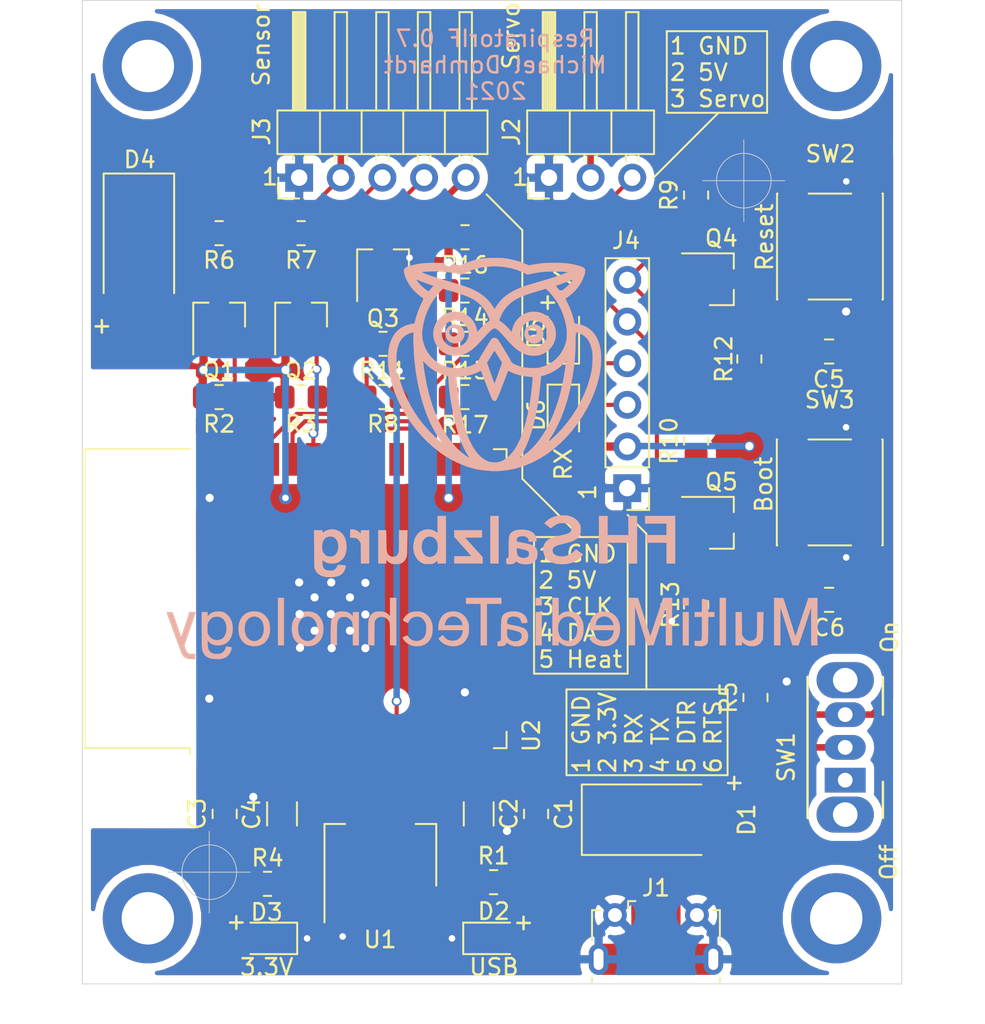
<source format=kicad_pcb>
(kicad_pcb (version 20171130) (host pcbnew "(5.1.10-1-10_14)")
  (title_block (title "Respirator IF") (date 2021-06-18) (rev 0.7) (company "FH Salzburg") (comment 1 MultiMediaTechnology) (comment 2 "Michael Domhardt"))
  (layers (0 F.Cu signal) (31 B.Cu signal) (34 B.Paste user hide) (35 F.Paste user hide) (36 B.SilkS user) (37 F.SilkS user hide) (38 B.Mask user hide) (39 F.Mask user) (44 Edge.Cuts user))
  (net 0 "")
  (net 1 +5V)
  (net 2 GND)
  (net 3 +3V3)
  (net 4 /EN)
  (net 5 "Net-(D2-Pad2)")
  (net 6 "Net-(D3-Pad2)")
  (net 7 /RX)
  (net 8 "Net-(D5-Pad2)")
  (net 9 /TX)
  (net 10 "Net-(D6-Pad2)")
  (net 11 /Servo)
  (net 12 /I2C_Clock_high)
  (net 13 /I2C_Data_high)
  (net 14 /Sensor_Heater_GND)
  (net 15 /DTR)
  (net 16 /RTS)
  (net 17 /I2C_Clock_low)
  (net 18 /I2C_Data_low)
  (net 19 "Net-(Q3-Pad1)")
  (net 20 "Net-(Q4-Pad2)")
  (net 21 "Net-(Q5-Pad2)")
  (net 22 /IO0)
  (net 23 /Sensor_Heater)
  (net 24 "Net-(C1-Pad1)")
  (net 25 "Net-(J1-Pad1)")
  (net 26 "Net-(R13-Pad1)")
  (net 27 "Net-(R14-Pad2)")
  (net 28 "Net-(R15-Pad2)")
  (module Logos:Logo_MMT (layer F.Cu) (at 149.05 87.1486)
    (fp_text reference G*** hide)
    (fp_text value LOGO hide)
  )
  (module RF_Module:ESP32-WROOM-32 (layer F.Cu) (at 140.055 98.65 90)
    (fp_text reference U2 (at -8.355 11.4016 90) (layer F.SilkS))
    (fp_text value ESP32-WROOM-32)
    (pad 39 smd rect (at -1 -0.755 90) (size 5 5) (layers F.Cu F.Paste F.Mask) (net 2 GND))
    (pad 1 smd rect (at -8.5 -8.255 90) (size 2 0.9) (layers F.Cu F.Paste F.Mask) (net 2 GND))
    (pad 2 smd rect (at -8.5 -6.985 90) (size 2 0.9) (layers F.Cu F.Paste F.Mask) (net 3 +3V3))
    (pad 3 smd rect (at -8.5 -5.715 90) (size 2 0.9) (layers F.Cu F.Paste F.Mask) (net 4 /EN))
    (pad 4 smd rect (at -8.5 -4.445 90) (size 2 0.9) (layers F.Cu F.Paste F.Mask))
    (pad 5 smd rect (at -8.5 -3.175 90) (size 2 0.9) (layers F.Cu F.Paste F.Mask))
    (pad 6 smd rect (at -8.5 -1.905 90) (size 2 0.9) (layers F.Cu F.Paste F.Mask))
    (pad 7 smd rect (at -8.5 -0.635 90) (size 2 0.9) (layers F.Cu F.Paste F.Mask))
    (pad 8 smd rect (at -8.5 0.635 90) (size 2 0.9) (layers F.Cu F.Paste F.Mask))
    (pad 9 smd rect (at -8.5 1.905 90) (size 2 0.9) (layers F.Cu F.Paste F.Mask))
    (pad 10 smd rect (at -8.5 3.175 90) (size 2 0.9) (layers F.Cu F.Paste F.Mask) (net 23 /Sensor_Heater))
    (pad 11 smd rect (at -8.5 4.445 90) (size 2 0.9) (layers F.Cu F.Paste F.Mask))
    (pad 12 smd rect (at -8.5 5.715 90) (size 2 0.9) (layers F.Cu F.Paste F.Mask))
    (pad 13 smd rect (at -8.5 6.985 90) (size 2 0.9) (layers F.Cu F.Paste F.Mask))
    (pad 14 smd rect (at -8.5 8.255 90) (size 2 0.9) (layers F.Cu F.Paste F.Mask))
    (pad 15 smd rect (at -5.715 9.255 180) (size 2 0.9) (layers F.Cu F.Paste F.Mask) (net 2 GND))
    (pad 16 smd rect (at -4.445 9.255 180) (size 2 0.9) (layers F.Cu F.Paste F.Mask))
    (pad 17 smd rect (at -3.175 9.255 180) (size 2 0.9) (layers F.Cu F.Paste F.Mask))
    (pad 18 smd rect (at -1.905 9.255 180) (size 2 0.9) (layers F.Cu F.Paste F.Mask))
    (pad 19 smd rect (at -0.635 9.255 180) (size 2 0.9) (layers F.Cu F.Paste F.Mask))
    (pad 20 smd rect (at 0.635 9.255 180) (size 2 0.9) (layers F.Cu F.Paste F.Mask))
    (pad 21 smd rect (at 1.905 9.255 180) (size 2 0.9) (layers F.Cu F.Paste F.Mask))
    (pad 22 smd rect (at 3.175 9.255 180) (size 2 0.9) (layers F.Cu F.Paste F.Mask))
    (pad 23 smd rect (at 4.445 9.255 180) (size 2 0.9) (layers F.Cu F.Paste F.Mask))
    (pad 24 smd rect (at 5.715 9.255 180) (size 2 0.9) (layers F.Cu F.Paste F.Mask) (net 26 "Net-(R13-Pad1)"))
    (pad 25 smd rect (at 8.5 8.255 90) (size 2 0.9) (layers F.Cu F.Paste F.Mask) (net 22 /IO0))
    (pad 26 smd rect (at 8.5 6.985 90) (size 2 0.9) (layers F.Cu F.Paste F.Mask))
    (pad 27 smd rect (at 8.5 5.715 90) (size 2 0.9) (layers F.Cu F.Paste F.Mask))
    (pad 28 smd rect (at 8.5 4.445 90) (size 2 0.9) (layers F.Cu F.Paste F.Mask))
    (pad 29 smd rect (at 8.5 3.175 90) (size 2 0.9) (layers F.Cu F.Paste F.Mask))
    (pad 30 smd rect (at 8.5 1.905 90) (size 2 0.9) (layers F.Cu F.Paste F.Mask) (net 11 /Servo))
    (pad 31 smd rect (at 8.5 0.635 90) (size 2 0.9) (layers F.Cu F.Paste F.Mask))
    (pad 32 smd rect (at 8.5 -0.635 90) (size 2 0.9) (layers F.Cu F.Paste F.Mask))
    (pad 33 smd rect (at 8.5 -1.905 90) (size 2 0.9) (layers F.Cu F.Paste F.Mask) (net 18 /I2C_Data_low))
    (pad 34 smd rect (at 8.5 -3.175 90) (size 2 0.9) (layers F.Cu F.Paste F.Mask) (net 28 "Net-(R15-Pad2)"))
    (pad 35 smd rect (at 8.5 -4.445 90) (size 2 0.9) (layers F.Cu F.Paste F.Mask) (net 27 "Net-(R14-Pad2)"))
    (pad 36 smd rect (at 8.5 -5.715 90) (size 2 0.9) (layers F.Cu F.Paste F.Mask) (net 17 /I2C_Clock_low))
    (pad 37 smd rect (at 8.5 -6.985 90) (size 2 0.9) (layers F.Cu F.Paste F.Mask))
    (pad 38 smd rect (at 8.5 -8.255 90) (size 2 0.9) (layers F.Cu F.Paste F.Mask) (net 2 GND))
  )
  (module Diode_SMD:D_SMB_Handsoldering (layer F.Cu) (at 127.5044 77.3124 270)
    (fp_text reference D4 (at -5.45 -0.05 180) (layer F.SilkS))
    (fp_text value SK24)
    (pad 1 smd rect (at -2.7 0 270) (size 3.5 2.3) (layers F.Cu F.Paste F.Mask) (net 1 +5V))
    (pad 2 smd rect (at 2.7 0 270) (size 3.5 2.3) (layers F.Cu F.Paste F.Mask) (net 14 /Sensor_Heater_GND))
  )
  (module Resistor_SMD:R_0805_2012Metric_Pad1.20x1.40mm_HandSolder (layer F.Cu) (at 164.75 84.026 90)
    (fp_text reference R12 (at -0.001 -1.5572 90) (layer F.SilkS))
    (fp_text value 10kΩ)
    (pad 2 smd roundrect (at 1 0 90) (size 1.2 1.4) (layers F.Cu F.Paste F.Mask) (roundrect_rratio 0.2083325) (net 4 /EN))
    (pad 1 smd roundrect (at -1 0 90) (size 1.2 1.4) (layers F.Cu F.Paste F.Mask) (roundrect_rratio 0.2083325) (net 3 +3V3))
  )
  (module Capacitor_SMD:C_0805_2012Metric_Pad1.18x1.45mm_HandSolder (layer F.Cu) (at 151.7368 111.7802 270)
    (fp_text reference C1 (at 0 -1.68 90) (layer F.SilkS))
    (fp_text value 100nF)
    (pad 1 smd roundrect (at -1.0375 0 270) (size 1.175 1.45) (layers F.Cu F.Paste F.Mask) (roundrect_rratio 0.2127659574468085) (net 24 "Net-(C1-Pad1)"))
    (pad 2 smd roundrect (at 1.0375 0 270) (size 1.175 1.45) (layers F.Cu F.Paste F.Mask) (roundrect_rratio 0.2127659574468085) (net 2 GND))
  )
  (module Capacitor_SMD:C_0805_2012Metric_Pad1.18x1.45mm_HandSolder (layer F.Cu) (at 132.7368 111.7802 90)
    (fp_text reference C3 (at 0 -1.68 90) (layer F.SilkS))
    (fp_text value 100nF)
    (pad 2 smd roundrect (at 1.0375 0 90) (size 1.175 1.45) (layers F.Cu F.Paste F.Mask) (roundrect_rratio 0.2127659574468085) (net 2 GND))
    (pad 1 smd roundrect (at -1.0375 0 90) (size 1.175 1.45) (layers F.Cu F.Paste F.Mask) (roundrect_rratio 0.2127659574468085) (net 3 +3V3))
  )
  (module Capacitor_SMD:C_0805_2012Metric_Pad1.18x1.45mm_HandSolder (layer F.Cu) (at 169.6125 83.57)
    (fp_text reference C5 (at -0.0125 1.7) (layer F.SilkS))
    (fp_text value 1µF)
    (pad 1 smd roundrect (at -1.0375 0) (size 1.175 1.45) (layers F.Cu F.Paste F.Mask) (roundrect_rratio 0.2127659574468085) (net 4 /EN))
    (pad 2 smd roundrect (at 1.0375 0) (size 1.175 1.45) (layers F.Cu F.Paste F.Mask) (roundrect_rratio 0.2127659574468085) (net 2 GND))
  )
  (module Capacitor_SMD:C_0805_2012Metric_Pad1.18x1.45mm_HandSolder (layer F.Cu) (at 169.6125 98.72)
    (fp_text reference C6 (at 0.0065 1.7022) (layer F.SilkS))
    (fp_text value 1µF)
    (pad 2 smd roundrect (at 1.0375 0) (size 1.175 1.45) (layers F.Cu F.Paste F.Mask) (roundrect_rratio 0.2127659574468085) (net 2 GND))
    (pad 1 smd roundrect (at -1.0375 0) (size 1.175 1.45) (layers F.Cu F.Paste F.Mask) (roundrect_rratio 0.2127659574468085) (net 22 /IO0))
  )
  (module LED_SMD:LED_0805_2012Metric_Pad1.15x1.40mm_HandSolder (layer F.Cu) (at 149.1522 119.3748)
    (fp_text reference D2 (at 0 -1.65) (layer F.SilkS))
    (fp_text value "LED green")
    (pad 2 smd roundrect (at 1.025 0) (size 1.15 1.4) (layers F.Cu F.Paste F.Mask) (roundrect_rratio 0.2173904347826087) (net 5 "Net-(D2-Pad2)"))
    (pad 1 smd roundrect (at -1.025 0) (size 1.15 1.4) (layers F.Cu F.Paste F.Mask) (roundrect_rratio 0.2173904347826087) (net 2 GND))
  )
  (module LED_SMD:LED_0805_2012Metric_Pad1.15x1.40mm_HandSolder (layer F.Cu) (at 135.3022 119.3748 180)
    (fp_text reference D3 (at 0 1.6002) (layer F.SilkS))
    (fp_text value "LED green")
    (pad 2 smd roundrect (at 1.025 0 180) (size 1.15 1.4) (layers F.Cu F.Paste F.Mask) (roundrect_rratio 0.2173904347826087) (net 6 "Net-(D3-Pad2)"))
    (pad 1 smd roundrect (at -1.025 0 180) (size 1.15 1.4) (layers F.Cu F.Paste F.Mask) (roundrect_rratio 0.2173904347826087) (net 2 GND))
  )
  (module Diode_SMD:D_SMB_Handsoldering (layer F.Cu) (at 159.1274 112.1354)
    (fp_text reference D1 (at 5.461 0.0004 90) (layer F.SilkS))
    (fp_text value SK24)
    (pad 2 smd rect (at 2.7 0) (size 3.5 2.3) (layers F.Cu F.Paste F.Mask) (net 1 +5V))
    (pad 1 smd rect (at -2.7 0) (size 3.5 2.3) (layers F.Cu F.Paste F.Mask) (net 24 "Net-(C1-Pad1)"))
  )
  (module LED_SMD:LED_0805_2012Metric_Pad1.15x1.40mm_HandSolder (layer F.Cu) (at 153.4 82.45 90)
    (fp_text reference D5 (at 0 -1.65 90) (layer F.SilkS))
    (fp_text value "LED yellow")
    (pad 1 smd roundrect (at -1.025 0 90) (size 1.15 1.4) (layers F.Cu F.Paste F.Mask) (roundrect_rratio 0.2173904347826087) (net 7 /RX))
    (pad 2 smd roundrect (at 1.025 0 90) (size 1.15 1.4) (layers F.Cu F.Paste F.Mask) (roundrect_rratio 0.2173904347826087) (net 8 "Net-(D5-Pad2)"))
  )
  (module LED_SMD:LED_0805_2012Metric_Pad1.15x1.40mm_HandSolder (layer F.Cu) (at 153.4 87.45 270)
    (fp_text reference D6 (at 0 1.65 90) (layer F.SilkS))
    (fp_text value "LED yellow")
    (pad 1 smd roundrect (at -1.025 0 270) (size 1.15 1.4) (layers F.Cu F.Paste F.Mask) (roundrect_rratio 0.2173904347826087) (net 9 /TX))
    (pad 2 smd roundrect (at 1.025 0 270) (size 1.15 1.4) (layers F.Cu F.Paste F.Mask) (roundrect_rratio 0.2173904347826087) (net 10 "Net-(D6-Pad2)"))
  )
  (module MountingHole:MountingHole_3.2mm_M3_ISO14580_Pad (layer F.Cu) (at 128.05 118.15)
    (fp_text reference H1 (at -0.2032 -0.1016) (layer F.SilkS))
    (fp_text value MountingHole)
    (pad 1 thru_hole circle (at 0 0) (size 5.5 5.5) (drill 3.2) (layers *.Cu *.Mask))
  )
  (module MountingHole:MountingHole_3.2mm_M3_ISO14580_Pad (layer F.Cu) (at 170.05 118.15)
    (fp_text reference H2 (at 0 -0.127) (layer F.SilkS))
    (fp_text value MountingHole)
    (pad 1 thru_hole circle (at 0 0) (size 5.5 5.5) (drill 3.2) (layers *.Cu *.Mask))
  )
  (module MountingHole:MountingHole_3.2mm_M3_ISO14580_Pad (layer F.Cu) (at 170.05 66.15)
    (fp_text reference H3 (at -0.0754 0.0528) (layer F.SilkS))
    (fp_text value MountingHole)
    (pad 1 thru_hole circle (at 0 0) (size 5.5 5.5) (drill 3.2) (layers *.Cu *.Mask))
  )
  (module MountingHole:MountingHole_3.2mm_M3_ISO14580_Pad (layer F.Cu) (at 128.05 66.15)
    (fp_text reference H4 (at 0 -0.1016) (layer F.SilkS))
    (fp_text value MountingHole)
    (pad 1 thru_hole circle (at 0 0) (size 5.5 5.5) (drill 3.2) (layers *.Cu *.Mask))
  )
  (module Connector_USB:USB_Micro-B_Molex-105017-0001 (layer F.Cu) (at 159.05 119.4125)
    (fp_text reference J1 (at 0 -3.1125) (layer F.SilkS))
    (fp_text value Power)
    (pad 6 smd rect (at 1 1.2375) (size 1.5 1.9) (layers F.Cu F.Paste F.Mask) (net 2 GND))
    (pad 6 thru_hole circle (at -2.5 -1.4625) (size 1.45 1.45) (drill 0.85) (layers *.Cu *.Mask) (net 2 GND))
    (pad 2 smd rect (at -0.65 -1.4625) (size 0.4 1.35) (layers F.Cu F.Paste F.Mask))
    (pad 1 smd rect (at -1.3 -1.4625) (size 0.4 1.35) (layers F.Cu F.Paste F.Mask) (net 25 "Net-(J1-Pad1)"))
    (pad 5 smd rect (at 1.3 -1.4625) (size 0.4 1.35) (layers F.Cu F.Paste F.Mask) (net 2 GND))
    (pad 4 smd rect (at 0.65 -1.4625) (size 0.4 1.35) (layers F.Cu F.Paste F.Mask))
    (pad 3 smd rect (at 0 -1.4625) (size 0.4 1.35) (layers F.Cu F.Paste F.Mask))
    (pad 6 thru_hole circle (at 2.5 -1.4625) (size 1.45 1.45) (drill 0.85) (layers *.Cu *.Mask) (net 2 GND))
    (pad 6 smd rect (at -1 1.2375) (size 1.5 1.9) (layers F.Cu F.Paste F.Mask) (net 2 GND))
    (pad 6 thru_hole oval (at -3.5 1.2375 180) (size 1.2 1.9) (drill oval 0.6 1.3) (layers *.Cu *.Mask) (net 2 GND))
    (pad 6 thru_hole oval (at 3.5 1.2375) (size 1.2 1.9) (drill oval 0.6 1.3) (layers *.Cu *.Mask) (net 2 GND))
    (pad 6 smd rect (at 2.9 1.2375) (size 1.2 1.9) (layers F.Cu F.Mask) (net 2 GND))
    (pad 6 smd rect (at -2.9 1.2375) (size 1.2 1.9) (layers F.Cu F.Mask) (net 2 GND))
  )
  (module Connector_PinHeader_2.54mm:PinHeader_1x03_P2.54mm_Horizontal (layer F.Cu) (at 152.5234 72.9644 90)
    (fp_text reference J2 (at 2.7894 -2.286 90) (layer F.SilkS))
    (fp_text value Servo)
    (pad 1 thru_hole rect (at 0 0 90) (size 1.7 1.7) (drill 1) (layers *.Cu *.Mask) (net 2 GND))
    (pad 2 thru_hole oval (at 0 2.54 90) (size 1.7 1.7) (drill 1) (layers *.Cu *.Mask) (net 1 +5V))
    (pad 3 thru_hole oval (at 0 5.08 90) (size 1.7 1.7) (drill 1) (layers *.Cu *.Mask) (net 11 /Servo))
  )
  (module Connector_PinHeader_2.54mm:PinHeader_1x05_P2.54mm_Horizontal (layer F.Cu) (at 137.2834 72.9644 90)
    (fp_text reference J3 (at 2.8148 -2.286 90) (layer F.SilkS))
    (fp_text value Sensor)
    (pad 1 thru_hole rect (at 0 0 90) (size 1.7 1.7) (drill 1) (layers *.Cu *.Mask) (net 2 GND))
    (pad 2 thru_hole oval (at 0 2.54 90) (size 1.7 1.7) (drill 1) (layers *.Cu *.Mask) (net 1 +5V))
    (pad 3 thru_hole oval (at 0 5.08 90) (size 1.7 1.7) (drill 1) (layers *.Cu *.Mask) (net 12 /I2C_Clock_high))
    (pad 4 thru_hole oval (at 0 7.62 90) (size 1.7 1.7) (drill 1) (layers *.Cu *.Mask) (net 13 /I2C_Data_high))
    (pad 5 thru_hole oval (at 0 10.16 90) (size 1.7 1.7) (drill 1) (layers *.Cu *.Mask) (net 14 /Sensor_Heater_GND))
  )
  (module Package_TO_SOT_SMD:SOT-23_Handsoldering (layer F.Cu) (at 132.4 81.35 90)
    (fp_text reference Q1 (at -3.4 0 180) (layer F.SilkS))
    (fp_text value BSS138)
    (pad 1 smd rect (at -1.5 -0.95 90) (size 1.9 0.8) (layers F.Cu F.Paste F.Mask) (net 3 +3V3))
    (pad 2 smd rect (at -1.5 0.95 90) (size 1.9 0.8) (layers F.Cu F.Paste F.Mask) (net 17 /I2C_Clock_low))
    (pad 3 smd rect (at 1.5 0 90) (size 1.9 0.8) (layers F.Cu F.Paste F.Mask) (net 12 /I2C_Clock_high))
  )
  (module Package_TO_SOT_SMD:SOT-23_Handsoldering (layer F.Cu) (at 137.4 81.35 90)
    (fp_text reference Q2 (at -3.4 0 180) (layer F.SilkS))
    (fp_text value BSS138)
    (pad 3 smd rect (at 1.5 0 90) (size 1.9 0.8) (layers F.Cu F.Paste F.Mask) (net 13 /I2C_Data_high))
    (pad 2 smd rect (at -1.5 0.95 90) (size 1.9 0.8) (layers F.Cu F.Paste F.Mask) (net 18 /I2C_Data_low))
    (pad 1 smd rect (at -1.5 -0.95 90) (size 1.9 0.8) (layers F.Cu F.Paste F.Mask) (net 3 +3V3))
  )
  (module Package_TO_SOT_SMD:SOT-23_Handsoldering (layer F.Cu) (at 142.4 78.1 90)
    (fp_text reference Q3 (at -3.45 0 180) (layer F.SilkS))
    (fp_text value AO3400A)
    (pad 1 smd rect (at -1.5 -0.95 90) (size 1.9 0.8) (layers F.Cu F.Paste F.Mask) (net 19 "Net-(Q3-Pad1)"))
    (pad 2 smd rect (at -1.5 0.95 90) (size 1.9 0.8) (layers F.Cu F.Paste F.Mask) (net 2 GND))
    (pad 3 smd rect (at 1.5 0 90) (size 1.9 0.8) (layers F.Cu F.Paste F.Mask) (net 14 /Sensor_Heater_GND))
  )
  (module Package_TO_SOT_SMD:SOT-23_Handsoldering (layer F.Cu) (at 163.0404 79.1624)
    (fp_text reference Q4 (at 0 -2.5) (layer F.SilkS))
    (fp_text value S8050)
    (pad 3 smd rect (at 1.5 0) (size 1.9 0.8) (layers F.Cu F.Paste F.Mask) (net 4 /EN))
    (pad 2 smd rect (at -1.5 0.95) (size 1.9 0.8) (layers F.Cu F.Paste F.Mask) (net 20 "Net-(Q4-Pad2)"))
    (pad 1 smd rect (at -1.5 -0.95) (size 1.9 0.8) (layers F.Cu F.Paste F.Mask) (net 16 /RTS))
  )
  (module Package_TO_SOT_SMD:SOT-23_Handsoldering (layer F.Cu) (at 163.0404 94.0214)
    (fp_text reference Q5 (at 0 -2.5) (layer F.SilkS))
    (fp_text value S8050)
    (pad 1 smd rect (at -1.5 -0.95) (size 1.9 0.8) (layers F.Cu F.Paste F.Mask) (net 15 /DTR))
    (pad 2 smd rect (at -1.5 0.95) (size 1.9 0.8) (layers F.Cu F.Paste F.Mask) (net 21 "Net-(Q5-Pad2)"))
    (pad 3 smd rect (at 1.5 0) (size 1.9 0.8) (layers F.Cu F.Paste F.Mask) (net 22 /IO0))
  )
  (module Resistor_SMD:R_0805_2012Metric_Pad1.20x1.40mm_HandSolder (layer F.Cu) (at 149.1452 115.9458 180)
    (fp_text reference R1 (at 0 1.6) (layer F.SilkS))
    (fp_text value 4.7kΩ)
    (pad 1 smd roundrect (at -1 0 180) (size 1.2 1.4) (layers F.Cu F.Paste F.Mask) (roundrect_rratio 0.2083325) (net 1 +5V))
    (pad 2 smd roundrect (at 1 0 180) (size 1.2 1.4) (layers F.Cu F.Paste F.Mask) (roundrect_rratio 0.2083325) (net 5 "Net-(D2-Pad2)"))
  )
  (module Resistor_SMD:R_0805_2012Metric_Pad1.20x1.40mm_HandSolder (layer F.Cu) (at 132.4 86.35)
    (fp_text reference R2 (at 0 1.65) (layer F.SilkS))
    (fp_text value 10kΩ)
    (pad 2 smd roundrect (at 1 0) (size 1.2 1.4) (layers F.Cu F.Paste F.Mask) (roundrect_rratio 0.2083325) (net 17 /I2C_Clock_low))
    (pad 1 smd roundrect (at -1 0) (size 1.2 1.4) (layers F.Cu F.Paste F.Mask) (roundrect_rratio 0.2083325) (net 3 +3V3))
  )
  (module Resistor_SMD:R_0805_2012Metric_Pad1.20x1.40mm_HandSolder (layer F.Cu) (at 137.4 86.35)
    (fp_text reference R3 (at 0 1.65) (layer F.SilkS))
    (fp_text value 10kΩ)
    (pad 1 smd roundrect (at -1 0) (size 1.2 1.4) (layers F.Cu F.Paste F.Mask) (roundrect_rratio 0.2083325) (net 3 +3V3))
    (pad 2 smd roundrect (at 1 0) (size 1.2 1.4) (layers F.Cu F.Paste F.Mask) (roundrect_rratio 0.2083325) (net 18 /I2C_Data_low))
  )
  (module Resistor_SMD:R_0805_2012Metric_Pad1.20x1.40mm_HandSolder (layer F.Cu) (at 135.353 116.0474)
    (fp_text reference R4 (at 0 -1.5748) (layer F.SilkS))
    (fp_text value 1kΩ)
    (pad 2 smd roundrect (at 1 0) (size 1.2 1.4) (layers F.Cu F.Paste F.Mask) (roundrect_rratio 0.2083325) (net 6 "Net-(D3-Pad2)"))
    (pad 1 smd roundrect (at -1 0) (size 1.2 1.4) (layers F.Cu F.Paste F.Mask) (roundrect_rratio 0.2083325) (net 3 +3V3))
  )
  (module Resistor_SMD:R_0805_2012Metric_Pad1.20x1.40mm_HandSolder (layer F.Cu) (at 132.4 76.35 180)
    (fp_text reference R6 (at 0 -1.65) (layer F.SilkS))
    (fp_text value 10kΩ)
    (pad 1 smd roundrect (at -1 0 180) (size 1.2 1.4) (layers F.Cu F.Paste F.Mask) (roundrect_rratio 0.2083325) (net 1 +5V))
    (pad 2 smd roundrect (at 1 0 180) (size 1.2 1.4) (layers F.Cu F.Paste F.Mask) (roundrect_rratio 0.2083325) (net 12 /I2C_Clock_high))
  )
  (module Resistor_SMD:R_0805_2012Metric_Pad1.20x1.40mm_HandSolder (layer F.Cu) (at 137.4 76.35)
    (fp_text reference R7 (at 0 1.65) (layer F.SilkS))
    (fp_text value 10kΩ)
    (pad 2 smd roundrect (at 1 0) (size 1.2 1.4) (layers F.Cu F.Paste F.Mask) (roundrect_rratio 0.2083325) (net 13 /I2C_Data_high))
    (pad 1 smd roundrect (at -1 0) (size 1.2 1.4) (layers F.Cu F.Paste F.Mask) (roundrect_rratio 0.2083325) (net 1 +5V))
  )
  (module Resistor_SMD:R_0805_2012Metric_Pad1.20x1.40mm_HandSolder (layer F.Cu) (at 142.4 86.35)
    (fp_text reference R8 (at 0 1.65) (layer F.SilkS))
    (fp_text value 10kΩ)
    (pad 2 smd roundrect (at 1 0) (size 1.2 1.4) (layers F.Cu F.Paste F.Mask) (roundrect_rratio 0.2083325) (net 2 GND))
    (pad 1 smd roundrect (at -1 0) (size 1.2 1.4) (layers F.Cu F.Paste F.Mask) (roundrect_rratio 0.2083325) (net 23 /Sensor_Heater))
  )
  (module Resistor_SMD:R_0805_2012Metric_Pad1.20x1.40mm_HandSolder (layer F.Cu) (at 161.5 74.026 90)
    (fp_text reference R9 (at 0 -1.65 90) (layer F.SilkS))
    (fp_text value 10kΩ)
    (pad 2 smd roundrect (at 1 0 90) (size 1.2 1.4) (layers F.Cu F.Paste F.Mask) (roundrect_rratio 0.2083325) (net 15 /DTR))
    (pad 1 smd roundrect (at -1 0 90) (size 1.2 1.4) (layers F.Cu F.Paste F.Mask) (roundrect_rratio 0.2083325) (net 20 "Net-(Q4-Pad2)"))
  )
  (module Resistor_SMD:R_0805_2012Metric_Pad1.20x1.40mm_HandSolder (layer F.Cu) (at 161.5 89.026 90)
    (fp_text reference R10 (at 0 -1.65 90) (layer F.SilkS))
    (fp_text value 10kΩ)
    (pad 2 smd roundrect (at 1 0 90) (size 1.2 1.4) (layers F.Cu F.Paste F.Mask) (roundrect_rratio 0.2083325) (net 16 /RTS))
    (pad 1 smd roundrect (at -1 0 90) (size 1.2 1.4) (layers F.Cu F.Paste F.Mask) (roundrect_rratio 0.2083325) (net 21 "Net-(Q5-Pad2)"))
  )
  (module Resistor_SMD:R_0805_2012Metric_Pad1.20x1.40mm_HandSolder (layer F.Cu) (at 142.4 83.1 180)
    (fp_text reference R11 (at 0 -1.65) (layer F.SilkS))
    (fp_text value 100Ω)
    (pad 1 smd roundrect (at -1 0 180) (size 1.2 1.4) (layers F.Cu F.Paste F.Mask) (roundrect_rratio 0.2083325) (net 19 "Net-(Q3-Pad1)"))
    (pad 2 smd roundrect (at 1 0 180) (size 1.2 1.4) (layers F.Cu F.Paste F.Mask) (roundrect_rratio 0.2083325) (net 23 /Sensor_Heater))
  )
  (module Resistor_SMD:R_0805_2012Metric_Pad1.20x1.40mm_HandSolder (layer F.Cu) (at 161.5 99.026 270)
    (fp_text reference R13 (at 0 1.5584 90) (layer F.SilkS))
    (fp_text value 10kΩ)
    (pad 1 smd roundrect (at -1 0 270) (size 1.2 1.4) (layers F.Cu F.Paste F.Mask) (roundrect_rratio 0.2083325) (net 26 "Net-(R13-Pad1)"))
    (pad 2 smd roundrect (at 1 0 270) (size 1.2 1.4) (layers F.Cu F.Paste F.Mask) (roundrect_rratio 0.2083325) (net 2 GND))
  )
  (module Resistor_SMD:R_0805_2012Metric_Pad1.20x1.40mm_HandSolder (layer F.Cu) (at 147.4 79.85 180)
    (fp_text reference R14 (at 0 -1.65) (layer F.SilkS))
    (fp_text value 470Ω)
    (pad 2 smd roundrect (at 1 0 180) (size 1.2 1.4) (layers F.Cu F.Paste F.Mask) (roundrect_rratio 0.2083325) (net 27 "Net-(R14-Pad2)"))
    (pad 1 smd roundrect (at -1 0 180) (size 1.2 1.4) (layers F.Cu F.Paste F.Mask) (roundrect_rratio 0.2083325) (net 7 /RX))
  )
  (module Resistor_SMD:R_0805_2012Metric_Pad1.20x1.40mm_HandSolder (layer F.Cu) (at 147.4 83.1 180)
    (fp_text reference R15 (at 0 -1.65) (layer F.SilkS))
    (fp_text value 470Ω)
    (pad 1 smd roundrect (at -1 0 180) (size 1.2 1.4) (layers F.Cu F.Paste F.Mask) (roundrect_rratio 0.2083325) (net 9 /TX))
    (pad 2 smd roundrect (at 1 0 180) (size 1.2 1.4) (layers F.Cu F.Paste F.Mask) (roundrect_rratio 0.2083325) (net 28 "Net-(R15-Pad2)"))
  )
  (module Resistor_SMD:R_0805_2012Metric_Pad1.20x1.40mm_HandSolder (layer F.Cu) (at 147.4 76.6)
    (fp_text reference R16 (at 0 1.7) (layer F.SilkS))
    (fp_text value 1kΩ)
    (pad 1 smd roundrect (at -1 0) (size 1.2 1.4) (layers F.Cu F.Paste F.Mask) (roundrect_rratio 0.2083325) (net 3 +3V3))
    (pad 2 smd roundrect (at 1 0) (size 1.2 1.4) (layers F.Cu F.Paste F.Mask) (roundrect_rratio 0.2083325) (net 8 "Net-(D5-Pad2)"))
  )
  (module Resistor_SMD:R_0805_2012Metric_Pad1.20x1.40mm_HandSolder (layer F.Cu) (at 147.4 86.35)
    (fp_text reference R17 (at 0 1.7) (layer F.SilkS))
    (fp_text value 1kΩ)
    (pad 1 smd roundrect (at -1 0) (size 1.2 1.4) (layers F.Cu F.Paste F.Mask) (roundrect_rratio 0.2083325) (net 3 +3V3))
    (pad 2 smd roundrect (at 1 0) (size 1.2 1.4) (layers F.Cu F.Paste F.Mask) (roundrect_rratio 0.2083325) (net 10 "Net-(D6-Pad2)"))
  )
  (module Button_Switch_SMD:SW_Push_1P1T_NO_6x6mm_H9.5mm (layer F.Cu) (at 169.6674 77.167 270)
    (fp_text reference SW2 (at -5.647 -0.0326 180) (layer F.SilkS))
    (fp_text value Reset)
    (pad 2 smd rect (at 3.975 2.25 270) (size 1.55 1.3) (layers F.Cu F.Paste F.Mask) (net 4 /EN))
    (pad 1 smd rect (at 3.975 -2.25 270) (size 1.55 1.3) (layers F.Cu F.Paste F.Mask) (net 2 GND))
    (pad 1 smd rect (at -3.975 -2.25 270) (size 1.55 1.3) (layers F.Cu F.Paste F.Mask) (net 2 GND))
    (pad 2 smd rect (at -3.975 2.25 270) (size 1.55 1.3) (layers F.Cu F.Paste F.Mask) (net 4 /EN))
  )
  (module Button_Switch_SMD:SW_Push_1P1T_NO_6x6mm_H9.5mm (layer F.Cu) (at 169.6536 92.16768 270)
    (fp_text reference SW3 (at -5.64768 0.0036 180) (layer F.SilkS))
    (fp_text value Boot)
    (pad 2 smd rect (at -3.975 2.25 270) (size 1.55 1.3) (layers F.Cu F.Paste F.Mask) (net 22 /IO0))
    (pad 1 smd rect (at -3.975 -2.25 270) (size 1.55 1.3) (layers F.Cu F.Paste F.Mask) (net 2 GND))
    (pad 1 smd rect (at 3.975 -2.25 270) (size 1.55 1.3) (layers F.Cu F.Paste F.Mask) (net 2 GND))
    (pad 2 smd rect (at 3.975 2.25 270) (size 1.55 1.3) (layers F.Cu F.Paste F.Mask) (net 22 /IO0))
  )
  (module Package_TO_SOT_SMD:SOT-223-3_TabPin2 (layer F.Cu) (at 142.2368 114.3052 90)
    (fp_text reference U1 (at -5.1454 -0.0178 180) (layer F.SilkS))
    (fp_text value AMS1117-3.3)
    (pad 2 smd rect (at 3.15 0 90) (size 2 3.8) (layers F.Cu F.Paste F.Mask) (net 3 +3V3))
    (pad 2 smd rect (at -3.15 0 90) (size 2 1.5) (layers F.Cu F.Paste F.Mask) (net 3 +3V3))
    (pad 3 smd rect (at -3.15 2.3 90) (size 2 1.5) (layers F.Cu F.Paste F.Mask) (net 24 "Net-(C1-Pad1)"))
    (pad 1 smd rect (at -3.15 -2.3 90) (size 2 1.5) (layers F.Cu F.Paste F.Mask) (net 2 GND))
  )
  (module Connector_PinHeader_2.54mm:PinHeader_1x06_P2.54mm_Vertical (layer F.Cu) (at 157.3 91.906 180)
    (fp_text reference J4 (at 0.0776 15.1016 180) (layer F.SilkS))
    (fp_text value Program)
    (pad 1 thru_hole rect (at 0 0 180) (size 1.7 1.7) (drill 1) (layers *.Cu *.Mask) (net 2 GND))
    (pad 2 thru_hole oval (at 0 2.54 180) (size 1.7 1.7) (drill 1) (layers *.Cu *.Mask) (net 3 +3V3))
    (pad 3 thru_hole oval (at 0 5.08 180) (size 1.7 1.7) (drill 1) (layers *.Cu *.Mask) (net 9 /TX))
    (pad 4 thru_hole oval (at 0 7.62 180) (size 1.7 1.7) (drill 1) (layers *.Cu *.Mask) (net 7 /RX))
    (pad 5 thru_hole oval (at 0 10.16 180) (size 1.7 1.7) (drill 1) (layers *.Cu *.Mask) (net 15 /DTR))
    (pad 6 thru_hole oval (at 0 12.7 180) (size 1.7 1.7) (drill 1) (layers *.Cu *.Mask) (net 16 /RTS))
  )
  (module Button_Switch_THT:SW_CuK_OS102011MA1QN1_SPDT_Angled (layer F.Cu) (at 170.5988 109.7228 90)
    (fp_text reference SW1 (at 1.4 -3.6 90) (layer F.SilkS))
    (fp_text value Off/On)
    (pad 1 thru_hole rect (at 0 0 90) (size 1.5 2.5) (drill 0.9) (layers *.Cu *.Mask))
    (pad 2 thru_hole oval (at 2 0 90) (size 1.5 2.5) (drill 0.9) (layers *.Cu *.Mask) (net 25 "Net-(J1-Pad1)"))
    (pad 3 thru_hole oval (at 4 0 90) (size 1.5 2.5) (drill 0.9) (layers *.Cu *.Mask) (net 1 +5V))
    (pad "" thru_hole oval (at -2.1 0 90) (size 2.2 3.5) (drill 1.5) (layers *.Cu *.Mask))
    (pad "" thru_hole oval (at 6.1 0 90) (size 2.2 3.5) (drill 1.5) (layers *.Cu *.Mask))
  )
  (module Resistor_SMD:R_0805_2012Metric_Pad1.20x1.40mm_HandSolder (layer F.Cu) (at 165.1218 104.6842 90)
    (fp_text reference R5 (at 0 -1.65 90) (layer F.SilkS))
    (fp_text value 20kΩ)
    (pad 1 smd roundrect (at -1 0 90) (size 1.2 1.4) (layers F.Cu F.Paste F.Mask) (roundrect_rratio 0.2083325) (net 1 +5V))
    (pad 2 smd roundrect (at 1 0 90) (size 1.2 1.4) (layers F.Cu F.Paste F.Mask) (roundrect_rratio 0.2083325) (net 2 GND))
  )
  (module Capacitor_SMD:C_1206_3216Metric_Pad1.33x1.80mm_HandSolder (layer F.Cu) (at 148.2368 111.7802 270)
    (fp_text reference C2 (at 0 -1.85 90) (layer F.SilkS))
    (fp_text value 47µF/10V)
    (pad 2 smd roundrect (at 1.5625 0 270) (size 1.325 1.8) (layers F.Cu F.Paste F.Mask) (roundrect_rratio 0.188679) (net 2 GND))
    (pad 1 smd roundrect (at -1.5625 0 270) (size 1.325 1.8) (layers F.Cu F.Paste F.Mask) (roundrect_rratio 0.188679) (net 24 "Net-(C1-Pad1)"))
  )
  (module Capacitor_SMD:C_1206_3216Metric_Pad1.33x1.80mm_HandSolder (layer F.Cu) (at 136.2368 111.7802 90)
    (fp_text reference C4 (at 0 -1.85 90) (layer F.SilkS))
    (fp_text value 47µF/10V)
    (pad 1 smd roundrect (at -1.5625 0 90) (size 1.325 1.8) (layers F.Cu F.Paste F.Mask) (roundrect_rratio 0.188679) (net 3 +3V3))
    (pad 2 smd roundrect (at 1.5625 0 90) (size 1.325 1.8) (layers F.Cu F.Paste F.Mask) (roundrect_rratio 0.188679) (net 2 GND))
  )
  (gr_text Reset (at 165.6806 76.6012 90) (layer F.SilkS) (effects (font (size 1 1))))
  (gr_text Boot (at 165.6298 91.6888 90) (layer F.SilkS) (effects (font (size 1 1))))
  (target plus (at 164.4106 73.1468) (size 5) (width 0.05) (layer Edge.Cuts))
  (target plus (at 131.797 115.3362) (size 5) (width 0.05) (layer Edge.Cuts))
  (gr_text + (at 125.2438 81.9606) (layer F.SilkS) (effects (font (size 1 1))))
  (gr_text + (at 152.4472 89.2504) (layer F.SilkS) (effects (font (size 1 1))))
  (gr_text + (at 150.974 118.3588) (layer F.SilkS) (effects (font (size 1 1))))
  (gr_text + (at 163.8264 109.8244) (layer F.SilkS) (effects (font (size 1 1))))
  (gr_text + (at 133.448 118.3334) (layer F.SilkS) (effects (font (size 1 1))))
  (gr_text + (at 152.4472 80.5128) (layer F.SilkS) (effects (font (size 1 1))))
  (gr_text "1 GND\n2 3.3V\n3 RX\n4 TX\n5 DTR\n6 RTS\n" (at 158.5178 109.3926 90) (layer F.SilkS) (effects (font (size 1 1)) (justify left)))
  (gr_line (start 154.4538 94.8892) (end 150.8978 91.3332) (layer F.SilkS) (width 0.12))
  (gr_line (start 160.372 71.4958) (end 162.8612 69.0066) (layer F.SilkS) (width 0.12))
  (gr_line (start 158.8988 72.969) (end 160.372 71.4958) (layer F.SilkS) (width 0.12))
  (gr_text Servo (at 150.212 64.3076 90) (layer F.SilkS) (effects (font (size 1 1))))
  (gr_text Sensor (at 134.972 64.8664 90) (layer F.SilkS) (effects (font (size 1 1))))
  (gr_line (start 158.467 94.686) (end 158.467 95.2194) (layer F.SilkS) (width 0.12))
  (gr_line (start 157.324 93.543) (end 158.467 94.686) (layer F.SilkS) (width 0.12))
  (gr_line (start 158.467 104.1856) (end 158.467 95.2194) (layer F.SilkS) (width 0.12))
  (gr_line (start 159.7116 64.0278) (end 159.7116 64.104) (layer F.SilkS) (width 0.12))
  (gr_line (start 165.833 64.0278) (end 159.7116 64.0278) (layer F.SilkS) (width 0.12))
  (gr_line (start 165.833 69.0062) (end 165.833 64.0278) (layer F.SilkS) (width 0.12))
  (gr_line (start 159.7116 69.0062) (end 165.833 69.0062) (layer F.SilkS) (width 0.12))
  (gr_line (start 159.7116 64.0532) (end 159.7116 69.0062) (layer F.SilkS) (width 0.12))
  (gr_line (start 150.8978 76.1694) (end 150.8978 91.3332) (layer F.SilkS) (width 0.12))
  (gr_line (start 148.7134 73.985) (end 150.8978 76.1694) (layer F.SilkS) (width 0.12))
  (gr_line (start 153.5902 104.1856) (end 153.5902 109.418) (layer F.SilkS) (width 0.12))
  (gr_line (start 163.42 104.1856) (end 153.5902 104.1856) (layer F.SilkS) (width 0.12))
  (gr_line (start 163.42 109.418) (end 163.42 104.1856) (layer F.SilkS) (width 0.12))
  (gr_line (start 153.5902 109.418) (end 163.42 109.418) (layer F.SilkS) (width 0.12))
  (gr_line (start 157.324 94.8892) (end 151.609 94.8892) (layer F.SilkS) (width 0.12))
  (gr_line (start 157.324 103.224658) (end 157.324 94.8892) (layer F.SilkS) (width 0.12))
  (gr_line (start 151.614285 103.224658) (end 157.324 103.224658) (layer F.SilkS) (width 0.12))
  (gr_line (start 151.609 94.8892) (end 151.614285 103.224658) (layer F.SilkS) (width 0.12))
  (gr_text "1 GND\n2 5V\n3 CLK\n4 DA\n5 Heat" (at 151.7868 99.131) (layer F.SilkS) (effects (font (size 1 1)) (justify left)))
  (gr_text 1 (at 150.7708 72.9436) (layer F.SilkS) (effects (font (size 1 1))))
  (gr_text "1 GND\n2 5V\n3 Servo" (at 159.8132 66.5424) (layer F.SilkS) (effects (font (size 1 1)) (justify left)))
  (gr_text 1 (at 135.5054 72.9182) (layer F.SilkS) (effects (font (size 1 1))))
  (gr_text 1 (at 154.8856 92.146 90) (layer F.SilkS) (effects (font (size 1 1))))
  (gr_text On (at 173.3006 100.9852 90) (layer F.SilkS) (effects (font (size 1 1))))
  (gr_text Off (at 173.2498 114.7266 90) (layer F.SilkS) (effects (font (size 1 1))))
  (gr_text "RespiratorIF 0.7\nMichael Domhardt\n2021" (at 149.2468 66.0856) (layer B.SilkS) (effects (font (size 1 1)) (justify mirror)))
  (gr_text RX (at 153.4 90.45 90) (layer F.SilkS) (effects (font (size 1 1))))
  (gr_text TX (at 153.4 79.45 90) (layer F.SilkS) (effects (font (size 1 1))))
  (gr_text 3.3V (at 135.3022 121.1274) (layer F.SilkS) (effects (font (size 1 1))))
  (gr_text USB (at 149.1706 121.1274) (layer F.SilkS) (effects (font (size 1 1))))
  (gr_line (start 174.05 62.15) (end 124.05 62.15) (layer Edge.Cuts) (width 0.05))
  (gr_line (start 174.05 122.15) (end 174.05 62.15) (layer Edge.Cuts) (width 0.05))
  (gr_line (start 124.05 122.15) (end 124.05 62.15) (layer Edge.Cuts) (width 0.05))
  (gr_line (start 174.05 122.15) (end 124.05 122.15) (layer Edge.Cuts) (width 0.05))
  (segment (start 150.31341 115.77759) (end 150.1452 115.9458) (width 0.4) (layer F.Cu) (net 1))
  (segment (start 136.4 76.35) (end 136.4 75.994334) (width 0.4) (layer F.Cu) (net 1))
  (segment (start 139.8234 72.9644) (end 138.2232 74.5646) (width 0.25) (layer F.Cu) (net 1))
  (segment (start 138.2232 74.5646) (end 135.6116 74.5646) (width 0.25) (layer F.Cu) (net 1))
  (segment (start 135.6116 74.5646) (end 134.924 75.2522) (width 0.25) (layer F.Cu) (net 1))
  (segment (start 134.924 76.35) (end 136.4 76.35) (width 0.25) (layer F.Cu) (net 1))
  (segment (start 134.924 75.2522) (end 134.924 76.35) (width 0.25) (layer F.Cu) (net 1))
  (segment (start 133.4 76.35) (end 134.924 76.35) (width 0.25) (layer F.Cu) (net 1))
  (segment (start 139.3154 70.7592) (end 139.8234 71.2672) (width 0.4) (layer F.Cu) (net 1))
  (segment (start 128.9014 70.7592) (end 139.3154 70.7592) (width 0.4) (layer F.Cu) (net 1))
  (segment (start 139.8234 71.2672) (end 139.8234 72.9644) (width 0.4) (layer F.Cu) (net 1))
  (segment (start 127.5044 72.1562) (end 128.9014 70.7592) (width 0.4) (layer F.Cu) (net 1))
  (segment (start 127.5044 74.6124) (end 127.5044 72.1562) (width 0.4) (layer F.Cu) (net 1))
  (segment (start 154.4792 70.7338) (end 155.0634 71.318) (width 0.4) (layer F.Cu) (net 1))
  (segment (start 155.0634 71.318) (end 155.0634 72.9644) (width 0.4) (layer F.Cu) (net 1))
  (segment (start 140.3568 70.7338) (end 154.4792 70.7338) (width 0.4) (layer F.Cu) (net 1))
  (segment (start 139.8234 71.2672) (end 140.3568 70.7338) (width 0.4) (layer F.Cu) (net 1))
  (segment (start 172.2488 105.7228) (end 170.5988 105.7228) (width 0.4) (layer F.Cu) (net 1))
  (segment (start 173.326 71.699) (end 173.326 104.6456) (width 0.4) (layer F.Cu) (net 1))
  (segment (start 173.326 104.6456) (end 172.2488 105.7228) (width 0.4) (layer F.Cu) (net 1))
  (segment (start 155.0634 71.318) (end 155.673 70.7084) (width 0.4) (layer F.Cu) (net 1))
  (segment (start 155.673 70.7084) (end 172.3354 70.7084) (width 0.4) (layer F.Cu) (net 1))
  (segment (start 172.3354 70.7084) (end 173.326 71.699) (width 0.4) (layer F.Cu) (net 1))
  (segment (start 150.1452 115.9458) (end 151.101 115.9458) (width 0.25) (layer F.Cu) (net 1))
  (segment (start 151.101 115.9458) (end 152.3202 114.7266) (width 0.25) (layer F.Cu) (net 1))
  (segment (start 152.3202 114.7266) (end 160.8292 114.7266) (width 0.25) (layer F.Cu) (net 1))
  (segment (start 161.8274 113.7284) (end 161.8274 112.1354) (width 0.25) (layer F.Cu) (net 1))
  (segment (start 160.8292 114.7266) (end 161.8274 113.7284) (width 0.25) (layer F.Cu) (net 1))
  (segment (start 166.9958 105.7228) (end 166.976 105.703) (width 0.4) (layer F.Cu) (net 1))
  (segment (start 170.5988 105.7228) (end 166.9958 105.7228) (width 0.4) (layer F.Cu) (net 1))
  (segment (start 161.8706 112.0922) (end 161.8274 112.1354) (width 0.4) (layer F.Cu) (net 1))
  (segment (start 161.8706 107.2336) (end 161.8706 112.0922) (width 0.4) (layer F.Cu) (net 1))
  (segment (start 163.4012 105.703) (end 161.8706 107.2336) (width 0.4) (layer F.Cu) (net 1))
  (segment (start 166.976 105.703) (end 163.4012 105.703) (width 0.4) (layer F.Cu) (net 1))
  (via (at 138.2232 100.6042) (size 0.7) (drill 0.5) (layers F.Cu B.Cu) (net 2))
  (via (at 140.3822 100.6042) (size 0.7) (drill 0.5) (layers F.Cu B.Cu) (net 2))
  (via (at 140.3822 98.5722) (size 0.7) (drill 0.5) (layers F.Cu B.Cu) (net 2))
  (via (at 138.2232 98.5722) (size 0.7) (drill 0.5) (layers F.Cu B.Cu) (net 2))
  (via (at 139.2138 99.5882) (size 0.7) (drill 0.5) (layers F.Cu B.Cu) (net 2))
  (via (at 139.2646 101.671) (size 0.7) (drill 0.5) (layers F.Cu B.Cu) (net 2))
  (via (at 139.2392 97.6578) (size 0.7) (drill 0.5) (layers F.Cu B.Cu) (net 2))
  (via (at 141.322 99.6136) (size 0.7) (drill 0.5) (layers F.Cu B.Cu) (net 2))
  (via (at 137.3088 99.5882) (size 0.7) (drill 0.5) (layers F.Cu B.Cu) (net 2))
  (via (at 137.3342 101.6456) (size 0.7) (drill 0.5) (layers F.Cu B.Cu) (net 2))
  (via (at 141.322 101.671) (size 0.7) (drill 0.5) (layers F.Cu B.Cu) (net 2))
  (via (at 141.322 97.6832) (size 0.7) (drill 0.5) (layers F.Cu B.Cu) (net 2))
  (via (at 137.2834 97.6578) (size 0.7) (drill 0.5) (layers F.Cu B.Cu) (net 2))
  (segment (start 131.8 107.15) (end 131.8 104.7474) (width 0.4) (layer F.Cu) (net 2))
  (via (at 131.8 104.7474) (size 0.7) (drill 0.5) (layers F.Cu B.Cu) (net 2))
  (segment (start 149.31 104.365) (end 147.3942 104.365) (width 0.4) (layer F.Cu) (net 2))
  (via (at 147.3942 104.365) (size 0.7) (drill 0.5) (layers F.Cu B.Cu) (net 2))
  (via (at 131.8224 92.5016) (size 0.7) (drill 0.5) (layers F.Cu B.Cu) (net 2))
  (segment (start 132.7368 110.7427) (end 134.4855 110.7427) (width 0.4) (layer F.Cu) (net 2))
  (segment (start 134.4855 110.7427) (end 136.2368 110.7427) (width 0.4) (layer F.Cu) (net 2))
  (via (at 134.4855 110.7427) (size 0.7) (drill 0.5) (layers F.Cu B.Cu) (net 2))
  (segment (start 156.15 120.65) (end 158.05 120.65) (width 0.4) (layer F.Cu) (net 2))
  (segment (start 158.05 120.65) (end 160.05 120.65) (width 0.4) (layer F.Cu) (net 2))
  (segment (start 160.05 120.65) (end 161.95 120.65) (width 0.4) (layer F.Cu) (net 2))
  (segment (start 160.35 120.35) (end 160.35 117.95) (width 0.4) (layer F.Cu) (net 2))
  (segment (start 160.05 120.65) (end 160.35 120.35) (width 0.4) (layer F.Cu) (net 2))
  (segment (start 148.2368 112.8177) (end 149.9619 112.8177) (width 0.4) (layer F.Cu) (net 2))
  (segment (start 143.4 86.35) (end 143.4 84.7594) (width 0.25) (layer F.Cu) (net 2))
  (segment (start 143.4 84.7594) (end 143.4 84.734) (width 0.25) (layer F.Cu) (net 2))
  (via (at 143.4 84.7594) (size 0.6) (drill 0.4) (layers F.Cu B.Cu) (net 2))
  (segment (start 143.35 79.6) (end 143.35 78.5102) (width 0.4) (layer F.Cu) (net 2))
  (segment (start 143.35 78.5102) (end 144.0144 77.8458) (width 0.4) (layer F.Cu) (net 2))
  (via (at 144.0144 77.8458) (size 0.6) (drill 0.4) (layers F.Cu B.Cu) (net 2))
  (segment (start 170.6606 81.142) (end 170.65 81.1314) (width 0.25) (layer F.Cu) (net 2))
  (segment (start 171.9174 81.142) (end 170.6606 81.142) (width 0.25) (layer F.Cu) (net 2))
  (segment (start 170.65 83.57) (end 170.65 81.1314) (width 0.25) (layer F.Cu) (net 2))
  (via (at 170.65 81.1314) (size 0.7) (drill 0.5) (layers F.Cu B.Cu) (net 2))
  (segment (start 170.66788 96.14268) (end 170.659 96.1338) (width 0.25) (layer F.Cu) (net 2))
  (segment (start 171.9036 96.14268) (end 170.66788 96.14268) (width 0.25) (layer F.Cu) (net 2))
  (segment (start 170.65 98.72) (end 170.65 96.1248) (width 0.25) (layer F.Cu) (net 2))
  (segment (start 170.659 96.1338) (end 170.65 96.1248) (width 0.25) (layer F.Cu) (net 2))
  (via (at 170.659 96.1338) (size 0.6) (drill 0.4) (layers F.Cu B.Cu) (net 2))
  (segment (start 161.5 100.026) (end 160.0224 100.026) (width 0.25) (layer F.Cu) (net 2))
  (via (at 160.0224 100.026) (size 0.6) (drill 0.4) (layers F.Cu B.Cu) (net 2))
  (segment (start 149.9619 112.8177) (end 151.7368 112.8177) (width 0.4) (layer F.Cu) (net 2))
  (via (at 149.9619 112.8177) (size 0.7) (drill 0.5) (layers F.Cu B.Cu) (net 2))
  (segment (start 139.9368 117.4552) (end 139.9368 119.2596) (width 0.4) (layer F.Cu) (net 2))
  (segment (start 136.3272 119.3748) (end 137.766 119.3748) (width 0.25) (layer F.Cu) (net 2))
  (via (at 137.766 119.3748) (size 0.6) (drill 0.4) (layers F.Cu B.Cu) (net 2))
  (via (at 139.9368 119.2596) (size 0.6) (drill 0.4) (layers F.Cu B.Cu) (net 2))
  (segment (start 148.1272 119.3748) (end 146.6052 119.3748) (width 0.25) (layer F.Cu) (net 2))
  (via (at 146.6052 119.3748) (size 0.6) (drill 0.4) (layers F.Cu B.Cu) (net 2))
  (segment (start 171.9174 73.192) (end 170.6646 73.192) (width 0.25) (layer F.Cu) (net 2))
  (segment (start 171.9036 88.19268) (end 170.64992 88.19268) (width 0.25) (layer F.Cu) (net 2))
  (via (at 170.64992 88.19268) (size 0.6) (drill 0.4) (layers F.Cu B.Cu) (net 2))
  (via (at 170.6646 73.192) (size 0.6) (drill 0.4) (layers F.Cu B.Cu) (net 2))
  (via (at 167.0268 103.703) (size 0.7) (drill 0.5) (layers F.Cu B.Cu) (net 2))
  (segment (start 131.8 92.4792) (end 131.8224 92.5016) (width 0.4) (layer F.Cu) (net 2))
  (segment (start 131.8 90.15) (end 131.8 92.4792) (width 0.4) (layer F.Cu) (net 2))
  (segment (start 166.976 103.703) (end 165.2234 103.703) (width 0.4) (layer F.Cu) (net 2))
  (segment (start 146.4 76.6) (end 146.4 78.1232) (width 0.4) (layer F.Cu) (net 3))
  (via (at 146.4 78.1232) (size 0.7) (drill 0.5) (layers F.Cu B.Cu) (net 3))
  (segment (start 131.45 86.3) (end 131.4 86.35) (width 0.4) (layer F.Cu) (net 3))
  (segment (start 131.45 82.85) (end 131.45 84.6952) (width 0.4) (layer F.Cu) (net 3))
  (segment (start 131.45 84.6952) (end 131.45 86.3) (width 0.4) (layer F.Cu) (net 3))
  (via (at 131.45 84.6952) (size 0.7) (drill 0.5) (layers F.Cu B.Cu) (net 3))
  (segment (start 136.45 86.3) (end 136.4 86.35) (width 0.4) (layer F.Cu) (net 3))
  (segment (start 136.45 82.85) (end 136.45 84.699) (width 0.4) (layer F.Cu) (net 3))
  (segment (start 136.45 84.699) (end 136.45 86.3) (width 0.4) (layer F.Cu) (net 3))
  (via (at 136.45 84.699) (size 0.7) (drill 0.5) (layers F.Cu B.Cu) (net 3))
  (segment (start 136.4462 84.6952) (end 136.45 84.699) (width 0.4) (layer B.Cu) (net 3))
  (segment (start 131.45 84.6952) (end 136.4462 84.6952) (width 0.4) (layer B.Cu) (net 3))
  (segment (start 146.4 86.35) (end 146.4 87.8768) (width 0.4) (layer F.Cu) (net 3))
  (via (at 146.402 92.5016) (size 0.7) (drill 0.5) (layers F.Cu B.Cu) (net 3))
  (via (at 136.4452 92.5016) (size 0.8) (drill 0.4) (layers F.Cu B.Cu) (net 3))
  (segment (start 136.4452 84.7038) (end 136.45 84.699) (width 0.4) (layer B.Cu) (net 3))
  (segment (start 136.4452 92.1968) (end 136.4452 84.7038) (width 0.4) (layer B.Cu) (net 3))
  (via (at 146.4 87.8768) (size 0.7) (drill 0.5) (layers F.Cu B.Cu) (net 3))
  (segment (start 146.4 78.1232) (end 146.4 87.8768) (width 0.4) (layer B.Cu) (net 3))
  (segment (start 164.75 85.026) (end 164.75 89.3428) (width 0.4) (layer F.Cu) (net 3))
  (via (at 164.75 89.3428) (size 0.7) (drill 0.5) (layers F.Cu B.Cu) (net 3))
  (segment (start 157.3232 89.3428) (end 157.3 89.366) (width 0.4) (layer B.Cu) (net 3))
  (segment (start 164.75 89.3428) (end 157.3232 89.3428) (width 0.4) (layer B.Cu) (net 3))
  (segment (start 146.402 87.8788) (end 146.4 87.8768) (width 0.4) (layer B.Cu) (net 3))
  (segment (start 146.402 92.5016) (end 146.402 87.8788) (width 0.4) (layer B.Cu) (net 3))
  (segment (start 164.75 78.9528) (end 164.5404 79.1624) (width 0.25) (layer F.Cu) (net 4))
  (segment (start 164.75 79.372) (end 164.5404 79.1624) (width 0.25) (layer F.Cu) (net 4))
  (segment (start 167.4174 81.142) (end 167.4174 81.745) (width 0.25) (layer F.Cu) (net 4))
  (segment (start 168.575 85.2106) (end 168.575 83.57) (width 0.25) (layer F.Cu) (net 4))
  (segment (start 134.34 108.3542) (end 134.972 108.9862) (width 0.25) (layer F.Cu) (net 4))
  (segment (start 169.73749 86.37309) (end 168.575 85.2106) (width 0.25) (layer F.Cu) (net 4))
  (segment (start 134.34 107.15) (end 134.34 108.3542) (width 0.25) (layer F.Cu) (net 4))
  (segment (start 168.575 82.2996) (end 167.4174 81.142) (width 0.25) (layer F.Cu) (net 4))
  (segment (start 168.575 83.57) (end 168.575 82.2996) (width 0.25) (layer F.Cu) (net 4))
  (segment (start 167.4174 81.142) (end 167.4174 73.192) (width 0.25) (layer F.Cu) (net 4))
  (segment (start 164.8112 81.142) (end 164.75 81.0808) (width 0.25) (layer F.Cu) (net 4))
  (segment (start 167.4174 81.142) (end 164.8112 81.142) (width 0.25) (layer F.Cu) (net 4))
  (segment (start 164.75 81.0808) (end 164.75 79.372) (width 0.25) (layer F.Cu) (net 4))
  (segment (start 164.75 83.026) (end 164.75 81.0808) (width 0.25) (layer F.Cu) (net 4))
  (segment (start 134.972 108.9862) (end 156.943 108.9862) (width 0.25) (layer F.Cu) (net 4))
  (segment (start 169.73749 86.37309) (end 169.73749 99.55569) (width 0.25) (layer F.Cu) (net 4))
  (segment (start 169.73749 99.55569) (end 167.46978 101.8234) (width 0.25) (layer F.Cu) (net 4))
  (segment (start 164.1058 101.8234) (end 156.943 108.9862) (width 0.25) (layer F.Cu) (net 4))
  (segment (start 167.46978 101.8234) (end 164.1058 101.8234) (width 0.25) (layer F.Cu) (net 4))
  (segment (start 148.1452 115.9458) (end 148.1452 116.927) (width 0.25) (layer F.Cu) (net 5))
  (segment (start 148.1452 116.927) (end 149.0182 117.8) (width 0.25) (layer F.Cu) (net 5))
  (segment (start 149.0182 117.8) (end 149.6532 117.8) (width 0.25) (layer F.Cu) (net 5))
  (segment (start 150.1772 118.324) (end 150.1772 119.3748) (width 0.25) (layer F.Cu) (net 5))
  (segment (start 149.6532 117.8) (end 150.1772 118.324) (width 0.25) (layer F.Cu) (net 5))
  (segment (start 134.2772 119.3748) (end 134.2772 118.2408) (width 0.25) (layer F.Cu) (net 6))
  (segment (start 134.2772 118.2408) (end 134.7434 117.7746) (width 0.25) (layer F.Cu) (net 6))
  (segment (start 134.7434 117.7746) (end 135.9118 117.7746) (width 0.25) (layer F.Cu) (net 6))
  (segment (start 136.353 117.3334) (end 136.353 116.0474) (width 0.25) (layer F.Cu) (net 6))
  (segment (start 135.9118 117.7746) (end 136.353 117.3334) (width 0.25) (layer F.Cu) (net 6))
  (segment (start 157.3 84.286) (end 155.9156 84.286) (width 0.25) (layer F.Cu) (net 7))
  (segment (start 155.1046 83.475) (end 153.4 83.475) (width 0.25) (layer F.Cu) (net 7))
  (segment (start 155.9156 84.286) (end 155.1046 83.475) (width 0.25) (layer F.Cu) (net 7))
  (segment (start 153.4 83.475) (end 152.336 83.475) (width 0.25) (layer F.Cu) (net 7))
  (segment (start 152.336 83.475) (end 151.482 82.621) (width 0.25) (layer F.Cu) (net 7))
  (segment (start 151.482 82.621) (end 151.482 80.6144) (width 0.25) (layer F.Cu) (net 7))
  (segment (start 150.7176 79.85) (end 148.4 79.85) (width 0.25) (layer F.Cu) (net 7))
  (segment (start 151.482 80.6144) (end 150.7176 79.85) (width 0.25) (layer F.Cu) (net 7))
  (segment (start 153.4 81.425) (end 153.4 77.7572) (width 0.25) (layer F.Cu) (net 8))
  (segment (start 152.2428 76.6) (end 148.4 76.6) (width 0.25) (layer F.Cu) (net 8))
  (segment (start 153.4 77.7572) (end 152.2428 76.6) (width 0.25) (layer F.Cu) (net 8))
  (segment (start 157.3 86.826) (end 155.5092 86.826) (width 0.25) (layer F.Cu) (net 9))
  (segment (start 155.1082 86.425) (end 153.4 86.425) (width 0.25) (layer F.Cu) (net 9))
  (segment (start 155.5092 86.826) (end 155.1082 86.425) (width 0.25) (layer F.Cu) (net 9))
  (segment (start 148.475 83.175) (end 148.4 83.1) (width 0.25) (layer F.Cu) (net 9))
  (segment (start 153.4 86.425) (end 151.8316 86.425) (width 0.25) (layer F.Cu) (net 9))
  (segment (start 151.8316 86.425) (end 150.9994 85.5928) (width 0.25) (layer F.Cu) (net 9))
  (segment (start 150.9994 85.5928) (end 150.9994 83.764) (width 0.25) (layer F.Cu) (net 9))
  (segment (start 150.3354 83.1) (end 148.4 83.1) (width 0.25) (layer F.Cu) (net 9))
  (segment (start 150.9994 83.764) (end 150.3354 83.1) (width 0.25) (layer F.Cu) (net 9))
  (segment (start 153.4 88.475) (end 152.3322 88.475) (width 0.25) (layer F.Cu) (net 10))
  (segment (start 150.2072 86.35) (end 148.4 86.35) (width 0.25) (layer F.Cu) (net 10))
  (segment (start 152.3322 88.475) (end 150.2072 86.35) (width 0.25) (layer F.Cu) (net 10))
  (segment (start 147.47499 75.91182) (end 148.33501 75.0518) (width 0.25) (layer F.Cu) (net 11))
  (segment (start 147.47499 83.66182) (end 147.47499 75.91182) (width 0.25) (layer F.Cu) (net 11))
  (segment (start 145.47499 87.16102) (end 145.47499 85.66182) (width 0.25) (layer F.Cu) (net 11))
  (segment (start 145.47499 85.66182) (end 147.47499 83.66182) (width 0.25) (layer F.Cu) (net 11))
  (segment (start 144.360982 88.275028) (end 145.47499 87.16102) (width 0.25) (layer F.Cu) (net 11))
  (segment (start 142.584971 88.275029) (end 144.360982 88.275028) (width 0.25) (layer F.Cu) (net 11))
  (segment (start 141.96 88.9) (end 142.584971 88.275029) (width 0.25) (layer F.Cu) (net 11))
  (segment (start 141.96 90.15) (end 141.96 88.9) (width 0.25) (layer F.Cu) (net 11))
  (segment (start 155.516 75.0518) (end 157.6034 72.9644) (width 0.25) (layer F.Cu) (net 11))
  (segment (start 148.33501 75.0518) (end 155.516 75.0518) (width 0.25) (layer F.Cu) (net 11))
  (segment (start 132.4 79.85) (end 132.4 78.779) (width 0.25) (layer F.Cu) (net 12))
  (segment (start 131.4 77.779) (end 131.4 76.35) (width 0.25) (layer F.Cu) (net 12))
  (segment (start 132.4 78.779) (end 131.4 77.779) (width 0.25) (layer F.Cu) (net 12))
  (segment (start 136.98818 77.37501) (end 137.47499 76.8882) (width 0.25) (layer F.Cu) (net 12))
  (segment (start 137.85641 75.2804) (end 140.052 75.2804) (width 0.25) (layer F.Cu) (net 12))
  (segment (start 137.47499 76.8882) (end 137.47499 75.66182) (width 0.25) (layer F.Cu) (net 12))
  (segment (start 137.47499 75.66182) (end 137.85641 75.2804) (width 0.25) (layer F.Cu) (net 12))
  (segment (start 140.052 75.2804) (end 142.3634 72.969) (width 0.25) (layer F.Cu) (net 12))
  (segment (start 142.3634 72.969) (end 142.3634 72.9644) (width 0.25) (layer F.Cu) (net 12))
  (segment (start 133.80399 77.37501) (end 132.4 78.779) (width 0.25) (layer F.Cu) (net 12))
  (segment (start 136.98818 77.37501) (end 133.80399 77.37501) (width 0.25) (layer F.Cu) (net 12))
  (segment (start 144.9034 72.9644) (end 143.0192 74.8486) (width 0.25) (layer F.Cu) (net 13))
  (segment (start 143.0192 74.8486) (end 141.4998 74.8486) (width 0.25) (layer F.Cu) (net 13))
  (segment (start 139.9984 76.35) (end 138.4 76.35) (width 0.25) (layer F.Cu) (net 13))
  (segment (start 141.4998 74.8486) (end 139.9984 76.35) (width 0.25) (layer F.Cu) (net 13))
  (segment (start 138.4 78.85) (end 138.4 76.35) (width 0.25) (layer F.Cu) (net 13))
  (segment (start 137.4 79.85) (end 138.4 78.85) (width 0.25) (layer F.Cu) (net 13))
  (segment (start 143.8078 76.6) (end 147.4434 72.9644) (width 0.4) (layer F.Cu) (net 14))
  (segment (start 142.4 76.6) (end 143.8078 76.6) (width 0.4) (layer F.Cu) (net 14))
  (segment (start 138.6804 81.3764) (end 130.8064 81.3764) (width 0.4) (layer F.Cu) (net 14))
  (segment (start 130.8064 81.3764) (end 129.4424 80.0124) (width 0.4) (layer F.Cu) (net 14))
  (segment (start 139.925 77.7442) (end 139.925 80.1318) (width 0.4) (layer F.Cu) (net 14))
  (segment (start 139.925 80.1318) (end 138.6804 81.3764) (width 0.4) (layer F.Cu) (net 14))
  (segment (start 141.0692 76.6) (end 139.925 77.7442) (width 0.4) (layer F.Cu) (net 14))
  (segment (start 129.4424 80.0124) (end 127.5044 80.0124) (width 0.4) (layer F.Cu) (net 14))
  (segment (start 142.4 76.6) (end 141.0692 76.6) (width 0.4) (layer F.Cu) (net 14))
  (segment (start 159.10919 90.64019) (end 161.5404 93.0714) (width 0.25) (layer F.Cu) (net 15))
  (segment (start 159.10919 83.55519) (end 159.10919 90.64019) (width 0.25) (layer F.Cu) (net 15))
  (segment (start 157.3 81.746) (end 159.10919 83.55519) (width 0.25) (layer F.Cu) (net 15))
  (segment (start 160.0864 73.026) (end 161.5 73.026) (width 0.25) (layer F.Cu) (net 15))
  (segment (start 155.4444 79.8904) (end 155.4444 77.668) (width 0.25) (layer F.Cu) (net 15))
  (segment (start 155.4444 77.668) (end 160.0864 73.026) (width 0.25) (layer F.Cu) (net 15))
  (segment (start 157.3 81.746) (end 155.4444 79.8904) (width 0.25) (layer F.Cu) (net 15))
  (segment (start 158.2936 78.2124) (end 157.3 79.206) (width 0.25) (layer F.Cu) (net 16))
  (segment (start 161.5404 78.2124) (end 158.2936 78.2124) (width 0.25) (layer F.Cu) (net 16))
  (segment (start 161.5 88.026) (end 160.5192 88.026) (width 0.25) (layer F.Cu) (net 16))
  (segment (start 160.5192 88.026) (end 159.5592 87.066) (width 0.25) (layer F.Cu) (net 16))
  (segment (start 159.5592 81.4652) (end 157.3 79.206) (width 0.25) (layer F.Cu) (net 16))
  (segment (start 159.5592 87.066) (end 159.5592 81.4652) (width 0.25) (layer F.Cu) (net 16))
  (segment (start 133.35 86.3) (end 133.4 86.35) (width 0.25) (layer F.Cu) (net 17))
  (segment (start 133.35 82.85) (end 133.35 86.3) (width 0.25) (layer F.Cu) (net 17))
  (segment (start 133.4 86.35) (end 133.4 87.272) (width 0.25) (layer F.Cu) (net 17))
  (segment (start 133.4 87.272) (end 134.337 88.209) (width 0.25) (layer F.Cu) (net 17))
  (segment (start 134.337 90.147) (end 134.34 90.15) (width 0.25) (layer F.Cu) (net 17))
  (segment (start 134.337 88.209) (end 134.337 90.147) (width 0.25) (layer F.Cu) (net 17))
  (segment (start 138.35 86.3) (end 138.4 86.35) (width 0.25) (layer F.Cu) (net 18))
  (segment (start 138.35 82.85) (end 138.35 84.6532) (width 0.25) (layer F.Cu) (net 18))
  (segment (start 138.15 90.15) (end 138.15 88.5676) (width 0.25) (layer F.Cu) (net 18))
  (via (at 138.15 88.5676) (size 0.6) (drill 0.4) (layers F.Cu B.Cu) (net 18))
  (segment (start 138.35 84.6532) (end 138.35 86.3) (width 0.25) (layer F.Cu) (net 18))
  (via (at 138.35 84.6532) (size 0.6) (drill 0.4) (layers F.Cu B.Cu) (net 18))
  (segment (start 138.35 88.3676) (end 138.15 88.5676) (width 0.25) (layer B.Cu) (net 18))
  (segment (start 138.35 84.6532) (end 138.35 88.3676) (width 0.25) (layer B.Cu) (net 18))
  (segment (start 141.45 79.6) (end 141.45 80.8186) (width 0.25) (layer F.Cu) (net 19))
  (segment (start 141.45 80.8186) (end 142.0332 81.4018) (width 0.25) (layer F.Cu) (net 19))
  (segment (start 142.0332 81.4018) (end 143.0746 81.4018) (width 0.25) (layer F.Cu) (net 19))
  (segment (start 143.4 81.7272) (end 143.4 83.1) (width 0.25) (layer F.Cu) (net 19))
  (segment (start 143.0746 81.4018) (end 143.4 81.7272) (width 0.25) (layer F.Cu) (net 19))
  (segment (start 162.815401 80.037399) (end 162.815401 76.341401) (width 0.25) (layer F.Cu) (net 20))
  (segment (start 162.815401 76.341401) (end 161.5 75.026) (width 0.25) (layer F.Cu) (net 20))
  (segment (start 162.7404 80.1124) (end 162.815401 80.037399) (width 0.25) (layer F.Cu) (net 20))
  (segment (start 161.5404 80.1124) (end 162.7404 80.1124) (width 0.25) (layer F.Cu) (net 20))
  (segment (start 161.5404 94.9714) (end 161.575402 94.9714) (width 0.25) (layer F.Cu) (net 21))
  (segment (start 162.815401 91.341401) (end 161.5 90.026) (width 0.25) (layer F.Cu) (net 21))
  (segment (start 162.815401 94.896399) (end 162.815401 91.341401) (width 0.25) (layer F.Cu) (net 21))
  (segment (start 162.7404 94.9714) (end 162.815401 94.896399) (width 0.25) (layer F.Cu) (net 21))
  (segment (start 161.5404 94.9714) (end 162.7404 94.9714) (width 0.25) (layer F.Cu) (net 21))
  (segment (start 164.75 93.8118) (end 164.5404 94.0214) (width 0.25) (layer F.Cu) (net 22))
  (segment (start 164.75 94.231) (end 164.5404 94.0214) (width 0.25) (layer F.Cu) (net 22))
  (segment (start 167.13308 96.4132) (end 167.4036 96.14268) (width 0.25) (layer F.Cu) (net 22))
  (segment (start 151.4672 90.15) (end 157.7304 96.4132) (width 0.25) (layer F.Cu) (net 22))
  (segment (start 148.31 90.15) (end 151.4672 90.15) (width 0.25) (layer F.Cu) (net 22))
  (segment (start 168.575 97.31408) (end 167.4036 96.14268) (width 0.25) (layer F.Cu) (net 22))
  (segment (start 168.575 98.72) (end 168.575 97.31408) (width 0.25) (layer F.Cu) (net 22))
  (segment (start 167.4036 96.14268) (end 167.4036 88.19268) (width 0.25) (layer F.Cu) (net 22))
  (segment (start 164.5404 96.385) (end 164.5122 96.4132) (width 0.25) (layer F.Cu) (net 22))
  (segment (start 164.5404 94.0214) (end 164.5404 96.385) (width 0.25) (layer F.Cu) (net 22))
  (segment (start 164.5122 96.4132) (end 167.13308 96.4132) (width 0.25) (layer F.Cu) (net 22))
  (segment (start 157.7304 96.4132) (end 164.5122 96.4132) (width 0.25) (layer F.Cu) (net 22))
  (segment (start 141.4 86.35) (end 141.4 84.702) (width 0.25) (layer F.Cu) (net 23))
  (segment (start 141.4 84.702) (end 141.4 83.1) (width 0.25) (layer F.Cu) (net 23))
  (via (at 141.4 84.702) (size 0.6) (drill 0.4) (layers F.Cu B.Cu) (net 23))
  (segment (start 143.23 107.15) (end 143.23 104.8998) (width 0.25) (layer F.Cu) (net 23))
  (via (at 143.23 104.8998) (size 0.6) (drill 0.4) (layers F.Cu B.Cu) (net 23))
  (segment (start 143.23 86.532) (end 143.23 104.8998) (width 0.4) (layer B.Cu) (net 23))
  (segment (start 141.4 84.702) (end 143.23 86.532) (width 0.4) (layer B.Cu) (net 23))
  (segment (start 156.4274 112.1354) (end 154.3772 112.1354) (width 0.4) (layer F.Cu) (net 24))
  (segment (start 152.9845 110.7427) (end 151.7368 110.7427) (width 0.4) (layer F.Cu) (net 24))
  (segment (start 154.3772 112.1354) (end 152.9845 110.7427) (width 0.4) (layer F.Cu) (net 24))
  (segment (start 151.7368 110.7427) (end 148.2368 110.7427) (width 0.4) (layer F.Cu) (net 24))
  (segment (start 148.2368 110.7427) (end 147.1601 110.7427) (width 0.4) (layer F.Cu) (net 24))
  (segment (start 144.5368 113.366) (end 144.5368 117.4552) (width 0.4) (layer F.Cu) (net 24))
  (segment (start 147.1601 110.7427) (end 144.5368 113.366) (width 0.4) (layer F.Cu) (net 24))
  (segment (start 157.75 117.95) (end 157.75 117.004998) (width 0.4) (layer F.Cu) (net 25))
  (segment (start 157.75 117.004998) (end 158.284188 116.47081) (width 0.4) (layer F.Cu) (net 25))
  (segment (start 170.5988 107.7228) (end 168.7982 107.7228) (width 0.4) (layer F.Cu) (net 25))
  (segment (start 168.7982 107.7228) (end 167.865 108.656) (width 0.4) (layer F.Cu) (net 25))
  (segment (start 167.865 108.656) (end 167.865 114.5742) (width 0.4) (layer F.Cu) (net 25))
  (segment (start 161.85359 116.47081) (end 162.36159 116.47081) (width 0.4) (layer F.Cu) (net 25))
  (segment (start 165.96839 116.47081) (end 161.85359 116.47081) (width 0.4) (layer F.Cu) (net 25))
  (segment (start 167.865 114.5742) (end 165.96839 116.47081) (width 0.4) (layer F.Cu) (net 25))
  (segment (start 158.284188 116.47081) (end 161.85359 116.47081) (width 0.4) (layer F.Cu) (net 25))
  (segment (start 161.5 98.026) (end 156.346 98.026) (width 0.25) (layer F.Cu) (net 26))
  (segment (start 151.255 92.935) (end 149.31 92.935) (width 0.25) (layer F.Cu) (net 26))
  (segment (start 156.346 98.026) (end 151.255 92.935) (width 0.25) (layer F.Cu) (net 26))
  (segment (start 143.98818 87.37501) (end 144.5478 86.81539) (width 0.25) (layer F.Cu) (net 27))
  (segment (start 144.5478 86.81539) (end 144.5478 80.4366) (width 0.25) (layer F.Cu) (net 27))
  (segment (start 145.1344 79.85) (end 146.4 79.85) (width 0.25) (layer F.Cu) (net 27))
  (segment (start 144.5478 80.4366) (end 145.1344 79.85) (width 0.25) (layer F.Cu) (net 27))
  (segment (start 135.61 90.15) (end 135.61 88.9) (width 0.25) (layer F.Cu) (net 27))
  (segment (start 137.13499 87.37501) (end 143.98818 87.37501) (width 0.25) (layer F.Cu) (net 27))
  (segment (start 135.61 88.9) (end 137.13499 87.37501) (width 0.25) (layer F.Cu) (net 27))
  (segment (start 145.3642 83.1) (end 146.4 83.1) (width 0.25) (layer F.Cu) (net 28))
  (segment (start 144.174581 87.825019) (end 144.99781 87.00179) (width 0.25) (layer F.Cu) (net 28))
  (segment (start 144.99781 87.00179) (end 144.99781 83.46639) (width 0.25) (layer F.Cu) (net 28))
  (segment (start 137.641981 87.825019) (end 144.174581 87.825019) (width 0.25) (layer F.Cu) (net 28))
  (segment (start 144.99781 83.46639) (end 145.3642 83.1) (width 0.25) (layer F.Cu) (net 28))
  (segment (start 136.88 88.587) (end 137.641981 87.825019) (width 0.25) (layer F.Cu) (net 28))
  (segment (start 136.88 90.15) (end 136.88 88.587) (width 0.25) (layer F.Cu) (net 28))
  (zone (net 2) (net_name GND) (layer B.Cu) (connect_pads (clearance 0.508)) (min_thickness 0.254) (fill yes (arc_segments 32) (thermal_gap 0.508) (thermal_bridge_width 0.508))
    (polygon (pts (xy 174.0372 122.1434) (xy 124.05 122.1434) (xy 124.05 62.1486) (xy 174.0372 62.1486)))
  )
  (zone (net 0) (net_name "") (layer B.Cu) (connect_pads (clearance 0.508)) (min_thickness 0.254)
    (keepout (tracks not_allowed) (vias not_allowed) (copperpour not_allowed))
    (fill (arc_segments 32) (thermal_gap 0.508) (thermal_bridge_width 0.508))
    (polygon (pts (xy 130.9842 84.653) (xy 131.0096 112.6692) (xy 119.3002 112.6438) (xy 119.3002 84.653)))
  )
  (zone (net 3) (net_name +3V3) (layer F.Cu) (connect_pads (clearance 0.508)) (min_thickness 0.254) (fill yes (arc_segments 32) (thermal_gap 0.508) (thermal_bridge_width 0.508))
    (polygon (pts (xy 174.0372 122.1434) (xy 124.05 122.1434) (xy 124.05 112.72) (xy 124.0754 62.1486) (xy 174.0372 62.1486)))
  )
  (zone (net 0) (net_name "") (layer F.Cu) (connect_pads (clearance 0.508)) (min_thickness 0.254)
    (keepout (tracks not_allowed) (vias not_allowed) (copperpour not_allowed))
    (fill (arc_segments 32) (thermal_gap 0.508) (thermal_bridge_width 0.508))
    (polygon (pts (xy 131.0096 112.6692) (xy 119.3002 112.6438) (xy 119.3002 84.653) (xy 130.9842 84.653)))
  )
)
</source>
